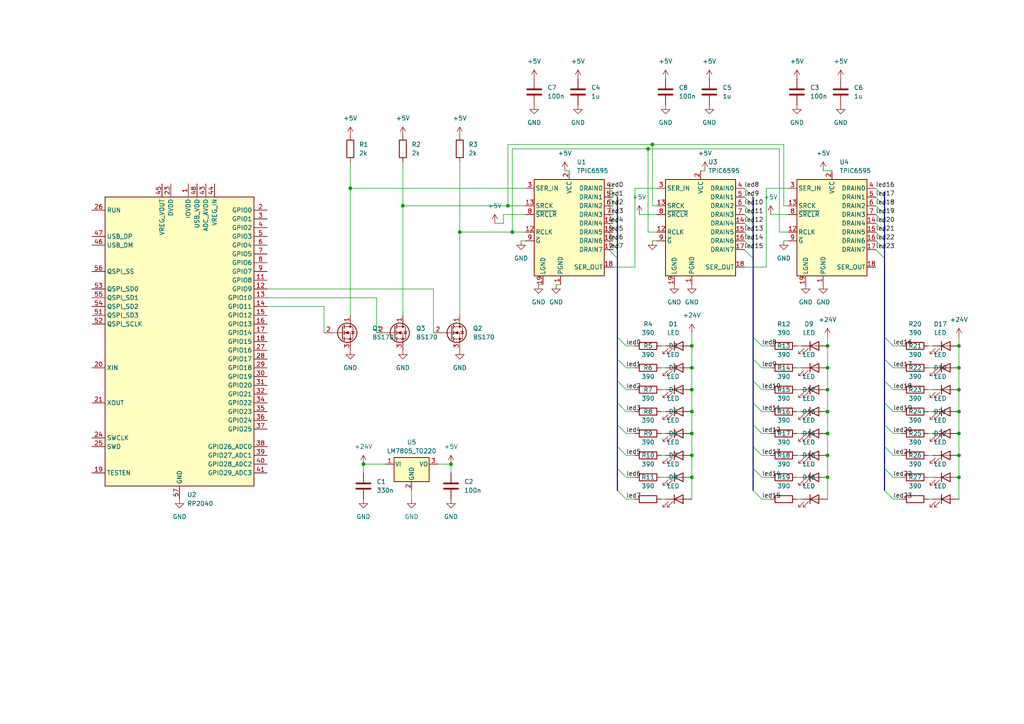
<source format=kicad_sch>
(kicad_sch (version 20230121) (generator eeschema)
  (paper "A4")
  (title_block (title "Timer") (date "2023-07-24") (company "Universiteit Utrecht"))
  (lib_symbols
    (symbol "Device:C" (pin_numbers hide) (pin_names (offset 0.254))
      (property "Reference" "C" (at 0.635 2.54 0))
      (property "Value" "C" (at 0.635 -2.54 0))
      (symbol "C_0_1"
        (polyline (pts (xy -2.032 -0.762) (xy 2.032 -0.762)) (stroke (width 0.508)))
        (polyline (pts (xy -2.032 0.762) (xy 2.032 0.762)) (stroke (width 0.508)))
      )
      (symbol "C_1_1"
        (pin passive line (at 0 3.81 270) (length 2.794) (name "~") (number "1"))
        (pin passive line (at 0 -3.81 90) (length 2.794) (name "~") (number "2"))
      )
    )
    (symbol "Device:LED" (pin_numbers hide) (pin_names (offset 1.016) hide)
      (property "Reference" "D" (at 0 2.54 0))
      (property "Value" "LED" (at 0 -2.54 0))
      (symbol "LED_0_1"
        (polyline (pts (xy -1.27 -1.27) (xy -1.27 1.27)) (stroke (width 0.254)))
        (polyline (pts (xy -1.27 0) (xy 1.27 0)))
        (polyline (pts (xy 1.27 -1.27) (xy 1.27 1.27) (xy -1.27 0) (xy 1.27 -1.27)) (stroke (width 0.254)))
        (polyline (pts (xy -3.048 -0.762) (xy -4.572 -2.286) (xy -3.81 -2.286) (xy -4.572 -2.286) (xy -4.572 -1.524)))
        (polyline (pts (xy -1.778 -0.762) (xy -3.302 -2.286) (xy -2.54 -2.286) (xy -3.302 -2.286) (xy -3.302 -1.524)))
      )
      (symbol "LED_1_1"
        (pin passive line (at -3.81 0 0) (length 2.54) (name "K") (number "1"))
        (pin passive line (at 3.81 0 180) (length 2.54) (name "A") (number "2"))
      )
    )
    (symbol "Device:R" (pin_numbers hide) (pin_names (offset 0))
      (property "Reference" "R" (at 2.032 0 90))
      (property "Value" "R" (at 0 0 90))
      (symbol "R_0_1"
        (rectangle (start -1.016 -2.54) (end 1.016 2.54) (stroke (width 0.254)))
      )
      (symbol "R_1_1"
        (pin passive line (at 0 3.81 270) (length 1.27) (name "~") (number "1"))
        (pin passive line (at 0 -3.81 90) (length 1.27) (name "~") (number "2"))
      )
    )
    (symbol "Interface_Expansion:TPIC6595" (pin_names (offset 0.381))
      (property "Reference" "U" (at -8.89 13.97 0))
      (property "Value" "TPIC6595" (at 6.35 13.97 0))
      (symbol "TPIC6595_0_1"
        (rectangle (start -10.16 12.7) (end 10.16 -15.24) (stroke (width 0.254)) (fill (type background)))
      )
      (symbol "TPIC6595_1_1"
        (pin power_in line (at -2.54 -17.78 90) (length 2.54) (name "PGND") (number "1"))
        (pin passive line (at -2.54 -17.78 90) (length 2.54) hide (name "PGND") (number "10"))
        (pin passive line (at -2.54 -17.78 90) (length 2.54) hide (name "PGND") (number "11"))
        (pin input line (at -12.7 -2.54 0) (length 2.54) (name "RCLK") (number "12"))
        (pin input line (at -12.7 5.08 0) (length 2.54) (name "SRCK") (number "13"))
        (pin open_collector line (at 12.7 0 180) (length 2.54) (name "DRAIN4") (number "14"))
        (pin open_collector line (at 12.7 -2.54 180) (length 2.54) (name "DRAIN5") (number "15"))
        (pin open_collector line (at 12.7 -5.08 180) (length 2.54) (name "DRAIN6") (number "16"))
        (pin open_collector line (at 12.7 -7.62 180) (length 2.54) (name "DRAIN7") (number "17"))
        (pin output line (at 12.7 -12.7 180) (length 2.54) (name "SER_OUT") (number "18"))
        (pin power_in line (at -7.62 -17.78 90) (length 2.54) (name "LGND") (number "19"))
        (pin power_in line (at 0 15.24 270) (length 2.54) (name "VCC") (number "2"))
        (pin passive line (at -2.54 -17.78 90) (length 2.54) hide (name "PGND") (number "20"))
        (pin input line (at -12.7 10.16 0) (length 2.54) (name "SER_IN") (number "3"))
        (pin open_collector line (at 12.7 10.16 180) (length 2.54) (name "DRAIN0") (number "4"))
        (pin open_collector line (at 12.7 7.62 180) (length 2.54) (name "DRAIN1") (number "5"))
        (pin open_collector line (at 12.7 5.08 180) (length 2.54) (name "DRAIN2") (number "6"))
        (pin open_collector line (at 12.7 2.54 180) (length 2.54) (name "DRAIN3") (number "7"))
        (pin input line (at -12.7 2.54 0) (length 2.54) (name "~{SRCLR}") (number "8"))
        (pin input line (at -12.7 -5.08 0) (length 2.54) (name "~{G}") (number "9"))
      )
    )
    (symbol "MCU_RaspberryPi:RP2040"
      (property "Reference" "U" (at 17.78 45.72 0))
      (property "Value" "RP2040" (at 17.78 43.18 0))
      (symbol "RP2040_0_1"
        (rectangle (start -21.59 41.91) (end 21.59 -41.91) (stroke (width 0.254)) (fill (type background)))
      )
      (symbol "RP2040_1_1"
        (pin power_in line (at 2.54 45.72 270) (length 3.81) (name "IOVDD") (number "1"))
        (pin passive line (at 2.54 45.72 270) (length 3.81) hide (name "IOVDD") (number "10"))
        (pin bidirectional line (at 25.4 17.78 180) (length 3.81) (name "GPIO8") (number "11"))
        (pin bidirectional line (at 25.4 15.24 180) (length 3.81) (name "GPIO9") (number "12"))
        (pin bidirectional line (at 25.4 12.7 180) (length 3.81) (name "GPIO10") (number "13"))
        (pin bidirectional line (at 25.4 10.16 180) (length 3.81) (name "GPIO11") (number "14"))
        (pin bidirectional line (at 25.4 7.62 180) (length 3.81) (name "GPIO12") (number "15"))
        (pin bidirectional line (at 25.4 5.08 180) (length 3.81) (name "GPIO13") (number "16"))
        (pin bidirectional line (at 25.4 2.54 180) (length 3.81) (name "GPIO14") (number "17"))
        (pin bidirectional line (at 25.4 0 180) (length 3.81) (name "GPIO15") (number "18"))
        (pin input line (at -25.4 -38.1 0) (length 3.81) (name "TESTEN") (number "19"))
        (pin bidirectional line (at 25.4 38.1 180) (length 3.81) (name "GPIO0") (number "2"))
        (pin input line (at -25.4 -7.62 0) (length 3.81) (name "XIN") (number "20"))
        (pin passive line (at -25.4 -17.78 0) (length 3.81) (name "XOUT") (number "21"))
        (pin passive line (at 2.54 45.72 270) (length 3.81) hide (name "IOVDD") (number "22"))
        (pin power_in line (at -2.54 45.72 270) (length 3.81) (name "DVDD") (number "23"))
        (pin input line (at -25.4 -27.94 0) (length 3.81) (name "SWCLK") (number "24"))
        (pin bidirectional line (at -25.4 -30.48 0) (length 3.81) (name "SWD") (number "25"))
        (pin input line (at -25.4 38.1 0) (length 3.81) (name "RUN") (number "26"))
        (pin bidirectional line (at 25.4 -2.54 180) (length 3.81) (name "GPIO16") (number "27"))
        (pin bidirectional line (at 25.4 -5.08 180) (length 3.81) (name "GPIO17") (number "28"))
        (pin bidirectional line (at 25.4 -7.62 180) (length 3.81) (name "GPIO18") (number "29"))
        (pin bidirectional line (at 25.4 35.56 180) (length 3.81) (name "GPIO1") (number "3"))
        (pin bidirectional line (at 25.4 -10.16 180) (length 3.81) (name "GPIO19") (number "30"))
        (pin bidirectional line (at 25.4 -12.7 180) (length 3.81) (name "GPIO20") (number "31"))
        (pin bidirectional line (at 25.4 -15.24 180) (length 3.81) (name "GPIO21") (number "32"))
        (pin passive line (at 2.54 45.72 270) (length 3.81) hide (name "IOVDD") (number "33"))
        (pin bidirectional line (at 25.4 -17.78 180) (length 3.81) (name "GPIO22") (number "34"))
        (pin bidirectional line (at 25.4 -20.32 180) (length 3.81) (name "GPIO23") (number "35"))
        (pin bidirectional line (at 25.4 -22.86 180) (length 3.81) (name "GPIO24") (number "36"))
        (pin bidirectional line (at 25.4 -25.4 180) (length 3.81) (name "GPIO25") (number "37"))
        (pin bidirectional line (at 25.4 -30.48 180) (length 3.81) (name "GPIO26_ADC0") (number "38"))
        (pin bidirectional line (at 25.4 -33.02 180) (length 3.81) (name "GPIO27_ADC1") (number "39"))
        (pin bidirectional line (at 25.4 33.02 180) (length 3.81) (name "GPIO2") (number "4"))
        (pin bidirectional line (at 25.4 -35.56 180) (length 3.81) (name "GPIO28_ADC2") (number "40"))
        (pin bidirectional line (at 25.4 -38.1 180) (length 3.81) (name "GPIO29_ADC3") (number "41"))
        (pin passive line (at 2.54 45.72 270) (length 3.81) hide (name "IOVDD") (number "42"))
        (pin power_in line (at 7.62 45.72 270) (length 3.81) (name "ADC_AVDD") (number "43"))
        (pin power_in line (at 10.16 45.72 270) (length 3.81) (name "VREG_IN") (number "44"))
        (pin power_out line (at -5.08 45.72 270) (length 3.81) (name "VREG_VOUT") (number "45"))
        (pin bidirectional line (at -25.4 27.94 0) (length 3.81) (name "USB_DM") (number "46"))
        (pin bidirectional line (at -25.4 30.48 0) (length 3.81) (name "USB_DP") (number "47"))
        (pin power_in line (at 5.08 45.72 270) (length 3.81) (name "USB_VDD") (number "48"))
        (pin passive line (at 2.54 45.72 270) (length 3.81) hide (name "IOVDD") (number "49"))
        (pin bidirectional line (at 25.4 30.48 180) (length 3.81) (name "GPIO3") (number "5"))
        (pin passive line (at -2.54 45.72 270) (length 3.81) hide (name "DVDD") (number "50"))
        (pin bidirectional line (at -25.4 7.62 0) (length 3.81) (name "QSPI_SD3") (number "51"))
        (pin output line (at -25.4 5.08 0) (length 3.81) (name "QSPI_SCLK") (number "52"))
        (pin bidirectional line (at -25.4 15.24 0) (length 3.81) (name "QSPI_SD0") (number "53"))
        (pin bidirectional line (at -25.4 10.16 0) (length 3.81) (name "QSPI_SD2") (number "54"))
        (pin bidirectional line (at -25.4 12.7 0) (length 3.81) (name "QSPI_SD1") (number "55"))
        (pin bidirectional line (at -25.4 20.32 0) (length 3.81) (name "QSPI_SS") (number "56"))
        (pin power_in line (at 0 -45.72 90) (length 3.81) (name "GND") (number "57"))
        (pin bidirectional line (at 25.4 27.94 180) (length 3.81) (name "GPIO4") (number "6"))
        (pin bidirectional line (at 25.4 25.4 180) (length 3.81) (name "GPIO5") (number "7"))
        (pin bidirectional line (at 25.4 22.86 180) (length 3.81) (name "GPIO6") (number "8"))
        (pin bidirectional line (at 25.4 20.32 180) (length 3.81) (name "GPIO7") (number "9"))
      )
    )
    (symbol "Regulator_Linear:LM7805_TO220" (pin_names (offset 0.254))
      (property "Reference" "U" (at -3.81 3.175 0))
      (property "Value" "LM7805_TO220" (at 0 3.175 0))
      (symbol "LM7805_TO220_0_1"
        (rectangle (start -5.08 1.905) (end 5.08 -5.08) (stroke (width 0.254)) (fill (type background)))
      )
      (symbol "LM7805_TO220_1_1"
        (pin power_in line (at -7.62 0 0) (length 2.54) (name "VI") (number "1"))
        (pin power_in line (at 0 -7.62 90) (length 2.54) (name "GND") (number "2"))
        (pin power_out line (at 7.62 0 180) (length 2.54) (name "VO") (number "3"))
      )
    )
    (symbol "Transistor_FET:BS170" (pin_names hide)
      (property "Reference" "Q" (at 5.08 1.905 0))
      (property "Value" "BS170" (at 5.08 0 0))
      (symbol "BS170_0_1"
        (polyline (pts (xy 0.254 0) (xy -2.54 0)))
        (polyline (pts (xy 0.254 1.905) (xy 0.254 -1.905)) (stroke (width 0.254)))
        (polyline (pts (xy 0.762 -1.27) (xy 0.762 -2.286)) (stroke (width 0.254)))
        (polyline (pts (xy 0.762 0.508) (xy 0.762 -0.508)) (stroke (width 0.254)))
        (polyline (pts (xy 0.762 2.286) (xy 0.762 1.27)) (stroke (width 0.254)))
        (polyline (pts (xy 2.54 2.54) (xy 2.54 1.778)))
        (polyline (pts (xy 2.54 -2.54) (xy 2.54 0) (xy 0.762 0)))
        (polyline (pts (xy 0.762 -1.778) (xy 3.302 -1.778) (xy 3.302 1.778) (xy 0.762 1.778)))
        (polyline (pts (xy 1.016 0) (xy 2.032 0.381) (xy 2.032 -0.381) (xy 1.016 0)) (fill (type outline)))
        (polyline (pts (xy 2.794 0.508) (xy 2.921 0.381) (xy 3.683 0.381) (xy 3.81 0.254)))
        (polyline (pts (xy 3.302 0.381) (xy 2.921 -0.254) (xy 3.683 -0.254) (xy 3.302 0.381)))
        (circle (center 1.651 0) (radius 2.794) (stroke (width 0.254)))
        (circle (center 2.54 -1.778) (radius 0.254) (fill (type outline)))
        (circle (center 2.54 1.778) (radius 0.254) (fill (type outline)))
      )
      (symbol "BS170_1_1"
        (pin passive line (at 2.54 5.08 270) (length 2.54) (name "D") (number "1"))
        (pin input line (at -5.08 0 0) (length 2.54) (name "G") (number "2"))
        (pin passive line (at 2.54 -5.08 90) (length 2.54) (name "S") (number "3"))
      )
    )
    (symbol "power:+24V" (power) (pin_names (offset 0))
      (property "Value" "+24V" (at 0 3.556 0))
      (symbol "+24V_0_1"
        (polyline (pts (xy -0.762 1.27) (xy 0 2.54)))
        (polyline (pts (xy 0 0) (xy 0 2.54)))
        (polyline (pts (xy 0 2.54) (xy 0.762 1.27)))
      )
      (symbol "+24V_1_1"
        (pin power_in line (at 0 0 90) (length 0) hide (name "+24V") (number "1"))
      )
    )
    (symbol "power:+5V" (power) (pin_names (offset 0))
      (property "Value" "+5V" (at 0 3.556 0))
      (symbol "+5V_0_1"
        (polyline (pts (xy -0.762 1.27) (xy 0 2.54)))
        (polyline (pts (xy 0 0) (xy 0 2.54)))
        (polyline (pts (xy 0 2.54) (xy 0.762 1.27)))
      )
      (symbol "+5V_1_1"
        (pin power_in line (at 0 0 90) (length 0) hide (name "+5V") (number "1"))
      )
    )
    (symbol "power:GND" (power) (pin_names (offset 0))
      (property "Value" "GND" (at 0 -3.81 0))
      (symbol "GND_0_1"
        (polyline (pts (xy 0 0) (xy 0 -1.27) (xy 1.27 -1.27) (xy 0 -2.54) (xy -1.27 -1.27) (xy 0 -1.27)))
      )
      (symbol "GND_1_1"
        (pin power_in line (at 0 0 270) (length 0) hide (name "GND") (number "1"))
      )
    )
  )
  (junction (at 240.03 138.43))
  (junction (at 200.66 100.33))
  (junction (at 278.13 106.68))
  (junction (at 148.59 67.31))
  (junction (at 278.13 132.08))
  (junction (at 187.96 43.18))
  (junction (at 101.6 54.61))
  (junction (at 147.32 59.69))
  (junction (at 200.66 125.73))
  (junction (at 105.41 134.62))
  (junction (at 240.03 132.08))
  (junction (at 130.81 134.62))
  (junction (at 278.13 138.43))
  (junction (at 278.13 125.73))
  (junction (at 133.35 67.31))
  (junction (at 200.66 119.38))
  (junction (at 278.13 113.03))
  (junction (at 278.13 100.33))
  (junction (at 200.66 138.43))
  (junction (at 240.03 125.73))
  (junction (at 278.13 119.38))
  (junction (at 200.66 106.68))
  (junction (at 240.03 113.03))
  (junction (at 200.66 113.03))
  (junction (at 240.03 119.38))
  (junction (at 240.03 106.68))
  (junction (at 240.03 100.33))
  (junction (at 189.23 41.91))
  (junction (at 200.66 132.08))
  (junction (at 116.84 59.69))
  (bus_entry (at 218.44 104.14) (size 2.54 2.54))
  (bus_entry (at 256.54 97.79) (size 2.54 2.54))
  (bus_entry (at 254 62.23) (size 2.54 2.54))
  (bus_entry (at 179.07 116.84) (size 2.54 2.54))
  (bus_entry (at 176.53 54.61) (size 2.54 2.54))
  (bus_entry (at 256.54 135.89) (size 2.54 2.54))
  (bus_entry (at 176.53 64.77) (size 2.54 2.54))
  (bus_entry (at 176.53 59.69) (size 2.54 2.54))
  (bus_entry (at 256.54 142.24) (size 2.54 2.54))
  (bus_entry (at 254 59.69) (size 2.54 2.54))
  (bus_entry (at 179.07 104.14) (size 2.54 2.54))
  (bus_entry (at 256.54 110.49) (size 2.54 2.54))
  (bus_entry (at 215.9 64.77) (size 2.54 2.54))
  (bus_entry (at 218.44 116.84) (size 2.54 2.54))
  (bus_entry (at 254 67.31) (size 2.54 2.54))
  (bus_entry (at 176.53 62.23) (size 2.54 2.54))
  (bus_entry (at 179.07 129.54) (size 2.54 2.54))
  (bus_entry (at 256.54 123.19) (size 2.54 2.54))
  (bus_entry (at 179.07 97.79) (size 2.54 2.54))
  (bus_entry (at 215.9 69.85) (size 2.54 2.54))
  (bus_entry (at 215.9 62.23) (size 2.54 2.54))
  (bus_entry (at 176.53 69.85) (size 2.54 2.54))
  (bus_entry (at 254 57.15) (size 2.54 2.54))
  (bus_entry (at 215.9 72.39) (size 2.54 2.54))
  (bus_entry (at 176.53 57.15) (size 2.54 2.54))
  (bus_entry (at 176.53 72.39) (size 2.54 2.54))
  (bus_entry (at 179.07 142.24) (size 2.54 2.54))
  (bus_entry (at 215.9 67.31) (size 2.54 2.54))
  (bus_entry (at 254 54.61) (size 2.54 2.54))
  (bus_entry (at 176.53 67.31) (size 2.54 2.54))
  (bus_entry (at 179.07 110.49) (size 2.54 2.54))
  (bus_entry (at 179.07 135.89) (size 2.54 2.54))
  (bus_entry (at 215.9 59.69) (size 2.54 2.54))
  (bus_entry (at 218.44 97.79) (size 2.54 2.54))
  (bus_entry (at 218.44 142.24) (size 2.54 2.54))
  (bus_entry (at 256.54 104.14) (size 2.54 2.54))
  (bus_entry (at 218.44 110.49) (size 2.54 2.54))
  (bus_entry (at 254 69.85) (size 2.54 2.54))
  (bus_entry (at 179.07 123.19) (size 2.54 2.54))
  (bus_entry (at 218.44 135.89) (size 2.54 2.54))
  (bus_entry (at 215.9 54.61) (size 2.54 2.54))
  (bus_entry (at 215.9 57.15) (size 2.54 2.54))
  (bus_entry (at 256.54 129.54) (size 2.54 2.54))
  (bus_entry (at 254 64.77) (size 2.54 2.54))
  (bus_entry (at 254 72.39) (size 2.54 2.54))
  (bus_entry (at 218.44 129.54) (size 2.54 2.54))
  (bus_entry (at 218.44 123.19) (size 2.54 2.54))
  (bus_entry (at 256.54 116.84) (size 2.54 2.54))
  (bus (pts (xy 218.44 97.79) (xy 218.44 104.14)))
  (wire (pts (xy 147.32 41.91) (xy 189.23 41.91)))
  (wire (pts (xy 278.13 100.33) (xy 278.13 106.68)))
  (bus (pts (xy 256.54 135.89) (xy 256.54 142.24)))
  (wire (pts (xy 130.81 137.16) (xy 130.81 134.62)))
  (wire (pts (xy 259.08 138.43) (xy 261.62 138.43)))
  (wire (pts (xy 130.81 134.62) (xy 127 134.62)))
  (wire (pts (xy 269.24 100.33) (xy 270.51 100.33)))
  (wire (pts (xy 184.15 54.61) (xy 190.5 54.61)))
  (wire (pts (xy 200.66 96.52) (xy 200.66 100.33)))
  (wire (pts (xy 278.13 97.79) (xy 278.13 100.33)))
  (wire (pts (xy 101.6 46.99) (xy 101.6 54.61)))
  (wire (pts (xy 231.14 113.03) (xy 232.41 113.03)))
  (wire (pts (xy 189.23 69.85) (xy 190.5 69.85)))
  (bus (pts (xy 256.54 57.15) (xy 256.54 59.69)))
  (wire (pts (xy 152.4 67.31) (xy 148.59 67.31)))
  (wire (pts (xy 191.77 125.73) (xy 193.04 125.73)))
  (wire (pts (xy 184.15 100.33) (xy 181.61 100.33)))
  (wire (pts (xy 220.98 132.08) (xy 223.52 132.08)))
  (bus (pts (xy 256.54 64.77) (xy 256.54 67.31)))
  (wire (pts (xy 240.03 100.33) (xy 240.03 106.68)))
  (wire (pts (xy 231.14 119.38) (xy 232.41 119.38)))
  (wire (pts (xy 190.5 59.69) (xy 189.23 59.69)))
  (bus (pts (xy 179.07 74.93) (xy 179.07 97.79)))
  (wire (pts (xy 226.06 67.31) (xy 228.6 67.31)))
  (wire (pts (xy 146.05 62.23) (xy 152.4 62.23)))
  (wire (pts (xy 116.84 59.69) (xy 116.84 91.44)))
  (bus (pts (xy 179.07 116.84) (xy 179.07 123.19)))
  (wire (pts (xy 240.03 119.38) (xy 240.03 125.73)))
  (wire (pts (xy 177.8 72.39) (xy 176.53 72.39)))
  (bus (pts (xy 179.07 62.23) (xy 179.07 64.77)))
  (wire (pts (xy 231.14 132.08) (xy 232.41 132.08)))
  (bus (pts (xy 256.54 123.19) (xy 256.54 129.54)))
  (wire (pts (xy 259.08 106.68) (xy 261.62 106.68)))
  (wire (pts (xy 189.23 41.91) (xy 189.23 59.69)))
  (wire (pts (xy 133.35 67.31) (xy 133.35 46.99)))
  (wire (pts (xy 231.14 138.43) (xy 232.41 138.43)))
  (wire (pts (xy 259.08 113.03) (xy 261.62 113.03)))
  (wire (pts (xy 220.98 100.33) (xy 223.52 100.33)))
  (wire (pts (xy 241.3 49.53) (xy 238.76 49.53)))
  (wire (pts (xy 147.32 59.69) (xy 147.32 41.91)))
  (wire (pts (xy 220.98 106.68) (xy 223.52 106.68)))
  (wire (pts (xy 119.38 142.24) (xy 119.38 144.78)))
  (wire (pts (xy 191.77 106.68) (xy 193.04 106.68)))
  (wire (pts (xy 191.77 132.08) (xy 193.04 132.08)))
  (wire (pts (xy 125.73 83.82) (xy 125.73 96.52)))
  (wire (pts (xy 278.13 119.38) (xy 278.13 125.73)))
  (wire (pts (xy 259.08 125.73) (xy 261.62 125.73)))
  (wire (pts (xy 177.8 54.61) (xy 176.53 54.61)))
  (wire (pts (xy 240.03 132.08) (xy 240.03 138.43)))
  (wire (pts (xy 259.08 132.08) (xy 261.62 132.08)))
  (wire (pts (xy 181.61 138.43) (xy 184.15 138.43)))
  (wire (pts (xy 220.98 125.73) (xy 223.52 125.73)))
  (wire (pts (xy 177.8 67.31) (xy 176.53 67.31)))
  (wire (pts (xy 177.8 62.23) (xy 176.53 62.23)))
  (wire (pts (xy 269.24 113.03) (xy 270.51 113.03)))
  (wire (pts (xy 116.84 59.69) (xy 147.32 59.69)))
  (wire (pts (xy 187.96 67.31) (xy 187.96 43.18)))
  (wire (pts (xy 181.61 106.68) (xy 184.15 106.68)))
  (wire (pts (xy 240.03 125.73) (xy 240.03 132.08)))
  (bus (pts (xy 179.07 59.69) (xy 179.07 62.23)))
  (wire (pts (xy 259.08 144.78) (xy 261.62 144.78)))
  (wire (pts (xy 220.98 113.03) (xy 223.52 113.03)))
  (wire (pts (xy 220.98 138.43) (xy 223.52 138.43)))
  (wire (pts (xy 181.61 144.78) (xy 184.15 144.78)))
  (bus (pts (xy 179.07 69.85) (xy 179.07 72.39)))
  (wire (pts (xy 228.6 54.61) (xy 222.25 54.61)))
  (wire (pts (xy 181.61 132.08) (xy 184.15 132.08)))
  (wire (pts (xy 77.47 86.36) (xy 109.22 86.36)))
  (wire (pts (xy 226.06 43.18) (xy 226.06 67.31)))
  (wire (pts (xy 278.13 106.68) (xy 278.13 113.03)))
  (bus (pts (xy 179.07 64.77) (xy 179.07 67.31)))
  (wire (pts (xy 200.66 125.73) (xy 200.66 132.08)))
  (wire (pts (xy 157.48 82.55) (xy 156.21 82.55)))
  (bus (pts (xy 179.07 67.31) (xy 179.07 69.85)))
  (wire (pts (xy 152.4 54.61) (xy 101.6 54.61)))
  (wire (pts (xy 191.77 138.43) (xy 193.04 138.43)))
  (bus (pts (xy 218.44 67.31) (xy 218.44 69.85)))
  (wire (pts (xy 133.35 67.31) (xy 148.59 67.31)))
  (bus (pts (xy 179.07 97.79) (xy 179.07 104.14)))
  (wire (pts (xy 147.32 59.69) (xy 152.4 59.69)))
  (bus (pts (xy 179.07 135.89) (xy 179.07 142.24)))
  (wire (pts (xy 240.03 113.03) (xy 240.03 119.38)))
  (wire (pts (xy 177.8 59.69) (xy 176.53 59.69)))
  (wire (pts (xy 200.66 113.03) (xy 200.66 119.38)))
  (wire (pts (xy 109.22 86.36) (xy 109.22 96.52)))
  (wire (pts (xy 191.77 113.03) (xy 193.04 113.03)))
  (wire (pts (xy 184.15 77.47) (xy 184.15 54.61)))
  (wire (pts (xy 278.13 125.73) (xy 278.13 132.08)))
  (wire (pts (xy 278.13 132.08) (xy 278.13 138.43)))
  (wire (pts (xy 240.03 138.43) (xy 240.03 144.78)))
  (bus (pts (xy 218.44 104.14) (xy 218.44 110.49)))
  (wire (pts (xy 165.1 49.53) (xy 163.83 49.53)))
  (wire (pts (xy 240.03 106.68) (xy 240.03 113.03)))
  (bus (pts (xy 179.07 104.14) (xy 179.07 110.49)))
  (bus (pts (xy 256.54 55.88) (xy 256.54 57.15)))
  (bus (pts (xy 256.54 62.23) (xy 256.54 64.77)))
  (bus (pts (xy 179.07 72.39) (xy 179.07 74.93)))
  (wire (pts (xy 181.61 113.03) (xy 184.15 113.03)))
  (bus (pts (xy 218.44 129.54) (xy 218.44 135.89)))
  (bus (pts (xy 218.44 64.77) (xy 218.44 67.31)))
  (wire (pts (xy 187.96 43.18) (xy 226.06 43.18)))
  (bus (pts (xy 218.44 57.15) (xy 218.44 59.69)))
  (bus (pts (xy 218.44 59.69) (xy 218.44 62.23)))
  (wire (pts (xy 146.05 64.77) (xy 146.05 62.23)))
  (bus (pts (xy 218.44 110.49) (xy 218.44 116.84)))
  (wire (pts (xy 227.33 41.91) (xy 227.33 59.69)))
  (wire (pts (xy 181.61 119.38) (xy 184.15 119.38)))
  (bus (pts (xy 256.54 104.14) (xy 256.54 110.49)))
  (wire (pts (xy 77.47 88.9) (xy 93.98 88.9)))
  (wire (pts (xy 105.41 134.62) (xy 111.76 134.62)))
  (wire (pts (xy 191.77 119.38) (xy 193.04 119.38)))
  (wire (pts (xy 259.08 100.33) (xy 261.62 100.33)))
  (bus (pts (xy 256.54 97.79) (xy 256.54 104.14)))
  (wire (pts (xy 189.23 41.91) (xy 227.33 41.91)))
  (wire (pts (xy 162.56 82.55) (xy 161.29 82.55)))
  (wire (pts (xy 185.42 62.23) (xy 190.5 62.23)))
  (bus (pts (xy 218.44 123.19) (xy 218.44 129.54)))
  (wire (pts (xy 220.98 119.38) (xy 223.52 119.38)))
  (bus (pts (xy 179.07 129.54) (xy 179.07 135.89)))
  (wire (pts (xy 177.8 57.15) (xy 176.53 57.15)))
  (wire (pts (xy 93.98 88.9) (xy 93.98 96.52)))
  (bus (pts (xy 218.44 69.85) (xy 218.44 72.39)))
  (wire (pts (xy 269.24 125.73) (xy 270.51 125.73)))
  (wire (pts (xy 148.59 43.18) (xy 187.96 43.18)))
  (wire (pts (xy 227.33 59.69) (xy 228.6 59.69)))
  (wire (pts (xy 152.4 69.85) (xy 151.13 69.85)))
  (wire (pts (xy 269.24 144.78) (xy 270.51 144.78)))
  (wire (pts (xy 269.24 106.68) (xy 270.51 106.68)))
  (bus (pts (xy 218.44 135.89) (xy 218.44 142.24)))
  (wire (pts (xy 177.8 77.47) (xy 184.15 77.47)))
  (wire (pts (xy 101.6 54.61) (xy 101.6 91.44)))
  (bus (pts (xy 256.54 69.85) (xy 256.54 72.39)))
  (bus (pts (xy 256.54 67.31) (xy 256.54 69.85)))
  (wire (pts (xy 203.2 49.53) (xy 204.47 49.53)))
  (wire (pts (xy 143.51 64.77) (xy 146.05 64.77)))
  (bus (pts (xy 179.07 123.19) (xy 179.07 129.54)))
  (wire (pts (xy 231.14 125.73) (xy 232.41 125.73)))
  (wire (pts (xy 116.84 46.99) (xy 116.84 59.69)))
  (wire (pts (xy 77.47 83.82) (xy 125.73 83.82)))
  (wire (pts (xy 231.14 144.78) (xy 232.41 144.78)))
  (bus (pts (xy 256.54 74.93) (xy 256.54 97.79)))
  (wire (pts (xy 200.66 106.68) (xy 200.66 113.03)))
  (wire (pts (xy 269.24 119.38) (xy 270.51 119.38)))
  (wire (pts (xy 259.08 119.38) (xy 261.62 119.38)))
  (wire (pts (xy 240.03 97.79) (xy 240.03 100.33)))
  (wire (pts (xy 200.66 100.33) (xy 200.66 106.68)))
  (wire (pts (xy 193.04 100.33) (xy 191.77 100.33)))
  (wire (pts (xy 200.66 119.38) (xy 200.66 125.73)))
  (wire (pts (xy 190.5 67.31) (xy 187.96 67.31)))
  (wire (pts (xy 215.9 77.47) (xy 222.25 77.47)))
  (wire (pts (xy 278.13 113.03) (xy 278.13 119.38)))
  (wire (pts (xy 269.24 138.43) (xy 270.51 138.43)))
  (wire (pts (xy 231.14 106.68) (xy 232.41 106.68)))
  (wire (pts (xy 223.52 62.23) (xy 228.6 62.23)))
  (wire (pts (xy 105.41 137.16) (xy 105.41 134.62)))
  (wire (pts (xy 231.14 100.33) (xy 232.41 100.33)))
  (wire (pts (xy 133.35 67.31) (xy 133.35 91.44)))
  (wire (pts (xy 177.8 64.77) (xy 176.53 64.77)))
  (wire (pts (xy 191.77 144.78) (xy 193.04 144.78)))
  (bus (pts (xy 256.54 110.49) (xy 256.54 116.84)))
  (bus (pts (xy 256.54 72.39) (xy 256.54 74.93)))
  (bus (pts (xy 256.54 129.54) (xy 256.54 135.89)))
  (bus (pts (xy 218.44 116.84) (xy 218.44 123.19)))
  (bus (pts (xy 256.54 59.69) (xy 256.54 62.23)))
  (wire (pts (xy 222.25 54.61) (xy 222.25 77.47)))
  (wire (pts (xy 227.33 69.85) (xy 228.6 69.85)))
  (wire (pts (xy 220.98 144.78) (xy 223.52 144.78)))
  (bus (pts (xy 218.44 72.39) (xy 218.44 74.93)))
  (wire (pts (xy 269.24 132.08) (xy 270.51 132.08)))
  (wire (pts (xy 200.66 132.08) (xy 200.66 138.43)))
  (bus (pts (xy 179.07 57.15) (xy 179.07 59.69)))
  (bus (pts (xy 256.54 116.84) (xy 256.54 123.19)))
  (wire (pts (xy 177.8 69.85) (xy 176.53 69.85)))
  (bus (pts (xy 218.44 74.93) (xy 218.44 97.79)))
  (wire (pts (xy 181.61 125.73) (xy 184.15 125.73)))
  (bus (pts (xy 218.44 62.23) (xy 218.44 64.77)))
  (bus (pts (xy 179.07 110.49) (xy 179.07 116.84)))
  (wire (pts (xy 278.13 138.43) (xy 278.13 144.78)))
  (wire (pts (xy 200.66 138.43) (xy 200.66 144.78)))
  (wire (pts (xy 148.59 67.31) (xy 148.59 43.18)))
  (label "led15" (at 220.98 144.78 0))
  (label "led8" (at 220.98 100.33 0))
  (label "led18" (at 254 59.69 0))
  (label "led11" (at 220.98 119.38 0))
  (label "led2" (at 176.53 59.69 0))
  (label "led20" (at 259.08 125.73 0))
  (label "led13" (at 220.98 132.08 0))
  (label "led13" (at 215.9 67.31 0))
  (label "led7" (at 176.53 72.39 0))
  (label "led1" (at 181.61 106.68 0))
  (label "led2" (at 181.61 113.03 0))
  (label "led6" (at 176.53 69.85 0))
  (label "led0" (at 181.61 100.33 0))
  (label "led20" (at 254 64.77 0))
  (label "led5" (at 181.61 132.08 0))
  (label "led16" (at 259.08 100.33 0))
  (label "led4" (at 181.61 125.73 0))
  (label "led9" (at 215.9 57.15 0))
  (label "led10" (at 215.9 59.69 0))
  (label "led1" (at 176.53 57.15 0))
  (label "led19" (at 259.08 119.38 0))
  (label "led21" (at 254 67.31 0))
  (label "led9" (at 220.98 106.68 0))
  (label "led14" (at 215.9 69.85 0))
  (label "led12" (at 220.98 125.73 0))
  (label "led16" (at 254 54.61 0))
  (label "led10" (at 220.98 113.03 0))
  (label "led12" (at 215.9 64.77 0))
  (label "led5" (at 176.53 67.31 0))
  (label "led19" (at 254 62.23 0))
  (label "led14" (at 220.98 138.43 0))
  (label "led23" (at 254 72.39 0))
  (label "led18" (at 259.08 113.03 0))
  (label "led3" (at 181.61 119.38 0))
  (label "led17" (at 254 57.15 0))
  (label "led15" (at 215.9 72.39 0))
  (label "led3" (at 176.53 62.23 0))
  (label "led0" (at 176.53 54.61 0))
  (label "led17" (at 259.08 106.68 0))
  (label "led4" (at 176.53 64.77 0))
  (label "led6" (at 181.61 138.43 0))
  (label "led23" (at 259.08 144.78 0))
  (label "led22" (at 254 69.85 0))
  (label "led21" (at 259.08 132.08 0))
  (label "led11" (at 215.9 62.23 0))
  (label "led7" (at 181.61 144.78 0))
  (label "led22" (at 259.08 138.43 0))
  (label "led8" (at 215.9 54.61 0))
  (symbol (lib_id "Device:R") (at 227.33 138.43 90) (unit 1)
    (property "Reference" "R18" (at 227.33 132.08 90))
    (property "Value" "390" (at 227.33 134.62 90))
  )
  (symbol (lib_id "Device:R") (at 265.43 106.68 90) (unit 1)
    (property "Reference" "R21" (at 265.43 100.33 90))
    (property "Value" "390" (at 265.43 102.87 90))
  )
  (symbol (lib_id "Device:LED") (at 236.22 100.33 0) (unit 1)
    (property "Reference" "D9" (at 234.6325 93.98 0))
    (property "Value" "LED" (at 234.6325 96.52 0))
  )
  (symbol (lib_id "Device:LED") (at 236.22 144.78 0) (unit 1)
    (property "Reference" "D16" (at 234.6325 138.43 0))
    (property "Value" "LED" (at 234.6325 140.97 0))
  )
  (symbol (lib_id "Interface_Expansion:TPIC6595") (at 241.3 64.77 0) (unit 1)
    (property "Reference" "U4" (at 243.4941 46.99 0) (effects (justify left)))
    (property "Value" "TPIC6595" (at 243.4941 49.53 0) (effects (justify left)))
    (property "Datasheet" "http://www.ti.com/lit/ds/symlink/tpic6595.pdf" (effects hide))
  )
  (symbol (lib_id "Device:R") (at 187.96 125.73 90) (unit 1)
    (property "Reference" "R8" (at 187.96 119.38 90))
    (property "Value" "390" (at 187.96 121.92 90))
  )
  (symbol (lib_id "power:GND") (at 243.84 30.48 0) (unit 1)
    (property "Reference" "#PWR042" (effects hide))
    (property "Value" "GND" (at 243.84 35.56 0))
  )
  (symbol (lib_id "power:+5V") (at 163.83 49.53 0) (unit 1)
    (property "Reference" "#PWR08" (effects hide))
    (property "Value" "+5V" (at 163.83 44.45 0))
  )
  (symbol (lib_id "power:GND") (at 205.74 30.48 0) (unit 1)
    (property "Reference" "#PWR041" (effects hide))
    (property "Value" "GND" (at 205.74 35.56 0))
  )
  (symbol (lib_id "power:GND") (at 227.33 69.85 0) (unit 1)
    (property "Reference" "#PWR017" (effects hide))
    (property "Value" "GND" (at 227.33 74.93 0))
  )
  (symbol (lib_id "power:+5V") (at 185.42 62.23 0) (unit 1)
    (property "Reference" "#PWR022" (effects hide))
    (property "Value" "+5V" (at 185.42 57.15 0))
  )
  (symbol (lib_id "Device:LED") (at 196.85 119.38 0) (unit 1)
    (property "Reference" "D4" (at 195.2625 113.03 0))
    (property "Value" "LED" (at 195.2625 115.57 0))
  )
  (symbol (lib_id "power:+5V") (at 154.94 22.86 0) (unit 1)
    (property "Reference" "#PWR027" (effects hide))
    (property "Value" "+5V" (at 154.94 17.78 0))
  )
  (symbol (lib_id "Device:C") (at 193.04 26.67 0) (unit 1)
    (property "Reference" "C8" (at 196.85 25.4 0) (effects (justify left)))
    (property "Value" "100n" (at 196.85 27.94 0) (effects (justify left)))
  )
  (symbol (lib_id "Device:LED") (at 274.32 132.08 0) (unit 1)
    (property "Reference" "D22" (at 272.7325 125.73 0))
    (property "Value" "LED" (at 272.7325 128.27 0))
  )
  (symbol (lib_id "Device:R") (at 227.33 119.38 90) (unit 1)
    (property "Reference" "R15" (at 227.33 113.03 90))
    (property "Value" "390" (at 227.33 115.57 90))
  )
  (symbol (lib_id "power:GND") (at 189.23 69.85 0) (unit 1)
    (property "Reference" "#PWR013" (effects hide))
    (property "Value" "GND" (effects hide))
  )
  (symbol (lib_id "power:+5V") (at 243.84 22.86 0) (unit 1)
    (property "Reference" "#PWR032" (effects hide))
    (property "Value" "+5V" (at 243.84 17.78 0))
  )
  (symbol (lib_id "power:+5V") (at 238.76 49.53 0) (unit 1)
    (property "Reference" "#PWR020" (effects hide))
    (property "Value" "+5V" (at 238.76 44.45 0))
  )
  (symbol (lib_id "Device:R") (at 227.33 100.33 90) (unit 1)
    (property "Reference" "R12" (at 227.33 93.98 90))
    (property "Value" "390" (at 227.33 96.52 90))
  )
  (symbol (lib_id "power:+5V") (at 223.52 62.23 0) (unit 1)
    (property "Reference" "#PWR023" (effects hide))
    (property "Value" "+5V" (at 223.52 57.15 0))
  )
  (symbol (lib_id "Device:R") (at 133.35 43.18 0) (unit 1)
    (property "Reference" "R3" (at 135.89 41.91 0) (effects (justify left)))
    (property "Value" "2k" (at 135.89 44.45 0) (effects (justify left)))
  )
  (symbol (lib_id "power:+5V") (at 133.35 39.37 0) (unit 1)
    (property "Reference" "#PWR09" (effects hide))
    (property "Value" "+5V" (at 133.35 34.29 0))
  )
  (symbol (lib_id "Device:R") (at 265.43 113.03 90) (unit 1)
    (property "Reference" "R22" (at 265.43 106.68 90))
    (property "Value" "390" (at 265.43 109.22 90))
  )
  (symbol (lib_id "Device:C") (at 105.41 140.97 0) (unit 1)
    (property "Reference" "C1" (at 109.22 139.7 0) (effects (justify left)))
    (property "Value" "330n" (at 109.22 142.24 0) (effects (justify left)))
  )
  (symbol (lib_id "Device:R") (at 227.33 106.68 90) (unit 1)
    (property "Reference" "R13" (at 227.33 100.33 90))
    (property "Value" "390" (at 227.33 102.87 90))
  )
  (symbol (lib_id "power:GND") (at 238.76 82.55 0) (unit 1)
    (property "Reference" "#PWR019" (effects hide))
    (property "Value" "GND" (at 238.76 87.63 0))
  )
  (symbol (lib_id "power:GND") (at 233.68 82.55 0) (unit 1)
    (property "Reference" "#PWR018" (effects hide))
    (property "Value" "GND" (at 233.68 87.63 0))
  )
  (symbol (lib_id "Device:C") (at 205.74 26.67 0) (unit 1)
    (property "Reference" "C5" (at 209.55 25.4 0) (effects (justify left)))
    (property "Value" "1u" (at 209.55 27.94 0) (effects (justify left)))
  )
  (symbol (lib_id "Device:R") (at 265.43 125.73 90) (unit 1)
    (property "Reference" "R24" (at 265.43 119.38 90))
    (property "Value" "390" (at 265.43 121.92 90))
  )
  (symbol (lib_id "Device:LED") (at 274.32 119.38 0) (unit 1)
    (property "Reference" "D20" (effects hide))
    (property "Value" "LED" (at 272.7325 115.57 0))
  )
  (symbol (lib_id "Device:R") (at 187.96 106.68 90) (unit 1)
    (property "Reference" "R5" (at 187.96 100.33 90))
    (property "Value" "390" (at 187.96 102.87 90))
  )
  (symbol (lib_id "Device:LED") (at 274.32 100.33 0) (unit 1)
    (property "Reference" "D17" (at 272.7325 93.98 0))
    (property "Value" "LED" (at 272.7325 96.52 0))
  )
  (symbol (lib_id "power:+5V") (at 130.81 134.62 0) (unit 1)
    (property "Reference" "#PWR033" (effects hide))
    (property "Value" "+5V" (at 130.81 129.54 0))
  )
  (symbol (lib_id "Device:LED") (at 196.85 144.78 0) (unit 1)
    (property "Reference" "D8" (at 195.2625 138.43 0))
    (property "Value" "LED" (at 195.2625 140.97 0))
  )
  (symbol (lib_id "power:+24V") (at 105.41 134.62 0) (unit 1)
    (property "Reference" "#PWR034" (effects hide))
    (property "Value" "+24V" (at 105.41 129.54 0))
  )
  (symbol (lib_id "power:+5V") (at 143.51 64.77 0) (unit 1)
    (property "Reference" "#PWR021" (effects hide))
    (property "Value" "+5V" (at 143.51 59.69 0))
  )
  (symbol (lib_id "Device:LED") (at 236.22 113.03 0) (unit 1)
    (property "Reference" "D11" (effects hide))
    (property "Value" "LED" (at 234.6325 109.22 0))
  )
  (symbol (lib_id "power:+24V") (at 278.13 97.79 0) (unit 1)
    (property "Reference" "#PWR026" (effects hide))
    (property "Value" "+24V" (at 278.13 92.71 0))
  )
  (symbol (lib_id "Device:LED") (at 236.22 132.08 0) (unit 1)
    (property "Reference" "D14" (at 234.6325 125.73 0))
    (property "Value" "LED" (at 234.6325 128.27 0))
  )
  (symbol (lib_id "Device:LED") (at 274.32 106.68 0) (unit 1)
    (property "Reference" "D18" (effects hide))
    (property "Value" "LED" (at 272.7325 102.87 0))
  )
  (symbol (lib_id "Device:R") (at 265.43 132.08 90) (unit 1)
    (property "Reference" "R25" (at 265.43 125.73 90))
    (property "Value" "390" (at 265.43 128.27 90))
  )
  (symbol (lib_id "power:+24V") (at 240.03 97.79 0) (unit 1)
    (property "Reference" "#PWR025" (effects hide))
    (property "Value" "+24V" (at 240.03 92.71 0))
  )
  (symbol (lib_id "power:+5V") (at 167.64 22.86 0) (unit 1)
    (property "Reference" "#PWR030" (effects hide))
    (property "Value" "+5V" (at 167.64 17.78 0))
  )
  (symbol (lib_id "Transistor_FET:BS170") (at 130.81 96.52 0) (unit 1)
    (property "Reference" "Q2" (at 137.16 95.25 0) (effects (justify left)))
    (property "Value" "BS170" (at 137.16 97.79 0) (effects (justify left)))
    (property "Footprint" "Package_TO_SOT_THT:TO-92_Inline" (effects hide))
    (property "Datasheet" "https://www.onsemi.com/pub/Collateral/BS170-D.PDF" (effects hide))
  )
  (symbol (lib_id "power:+5V") (at 101.6 39.37 0) (unit 1)
    (property "Reference" "#PWR011" (effects hide))
    (property "Value" "+5V" (at 101.6 34.29 0))
  )
  (symbol (lib_id "power:GND") (at 231.14 30.48 0) (unit 1)
    (property "Reference" "#PWR039" (effects hide))
    (property "Value" "GND" (at 231.14 35.56 0))
  )
  (symbol (lib_id "Device:C") (at 167.64 26.67 0) (unit 1)
    (property "Reference" "C4" (at 171.45 25.4 0) (effects (justify left)))
    (property "Value" "1u" (at 171.45 27.94 0) (effects (justify left)))
  )
  (symbol (lib_id "Device:R") (at 265.43 119.38 90) (unit 1)
    (property "Reference" "R23" (at 265.43 113.03 90))
    (property "Value" "390" (at 265.43 115.57 90))
  )
  (symbol (lib_id "Interface_Expansion:TPIC6595") (at 165.1 64.77 0) (unit 1)
    (property "Reference" "U1" (at 167.2941 46.99 0) (effects (justify left)))
    (property "Value" "TPIC6595" (at 167.2941 49.53 0) (effects (justify left)))
    (property "Datasheet" "http://www.ti.com/lit/ds/symlink/tpic6595.pdf" (effects hide))
  )
  (symbol (lib_id "Device:LED") (at 274.32 113.03 0) (unit 1)
    (property "Reference" "D19" (at 272.7325 106.68 0))
    (property "Value" "LED" (at 272.7325 109.22 0))
  )
  (symbol (lib_id "MCU_RaspberryPi:RP2040") (at 52.07 99.06 0) (unit 1)
    (property "Reference" "U2" (at 54.2641 143.51 0) (effects (justify left)))
    (property "Value" "RP2040" (at 54.2641 146.05 0) (effects (justify left)))
    (property "Footprint" "Package_DFN_QFN:QFN-56-1EP_7x7mm_P0.4mm_EP3.2x3.2mm" (effects hide))
    (property "Datasheet" "https://datasheets.raspberrypi.com/rp2040/rp2040-datasheet.pdf" (effects hide))
  )
  (symbol (lib_id "Device:R") (at 227.33 132.08 90) (unit 1)
    (property "Reference" "R17" (at 227.33 125.73 90))
    (property "Value" "390" (at 227.33 128.27 90))
  )
  (symbol (lib_id "Transistor_FET:BS170") (at 114.3 96.52 0) (unit 1)
    (property "Reference" "Q3" (at 120.65 95.25 0) (effects (justify left)))
    (property "Value" "BS170" (at 120.65 97.79 0) (effects (justify left)))
    (property "Footprint" "Package_TO_SOT_THT:TO-92_Inline" (effects hide))
    (property "Datasheet" "https://www.onsemi.com/pub/Collateral/BS170-D.PDF" (effects hide))
  )
  (symbol (lib_id "Device:R") (at 187.96 100.33 90) (unit 1)
    (property "Reference" "R4" (at 187.96 93.98 90))
    (property "Value" "390" (at 187.96 96.52 90))
  )
  (symbol (lib_id "Device:R") (at 101.6 43.18 0) (unit 1)
    (property "Reference" "R1" (at 104.14 41.91 0) (effects (justify left)))
    (property "Value" "2k" (at 104.14 44.45 0) (effects (justify left)))
  )
  (symbol (lib_id "Device:LED") (at 236.22 125.73 0) (unit 1)
    (property "Reference" "D13" (at 234.6325 119.38 0))
    (property "Value" "LED" (at 234.6325 121.92 0))
  )
  (symbol (lib_id "Device:LED") (at 236.22 106.68 0) (unit 1)
    (property "Reference" "D10" (effects hide))
    (property "Value" "LED" (at 234.6325 102.87 0))
  )
  (symbol (lib_id "Device:C") (at 130.81 140.97 0) (unit 1)
    (property "Reference" "C2" (at 134.62 139.7 0) (effects (justify left)))
    (property "Value" "100n" (at 134.62 142.24 0) (effects (justify left)))
  )
  (symbol (lib_id "power:GND") (at 151.13 69.85 0) (unit 1)
    (property "Reference" "#PWR07" (effects hide))
    (property "Value" "GND" (at 151.13 74.93 0))
  )
  (symbol (lib_id "Device:C") (at 231.14 26.67 0) (unit 1)
    (property "Reference" "C3" (at 234.95 25.4 0) (effects (justify left)))
    (property "Value" "100n" (at 234.95 27.94 0) (effects (justify left)))
  )
  (symbol (lib_id "Device:R") (at 187.96 119.38 90) (unit 1)
    (property "Reference" "R7" (at 187.96 113.03 90))
    (property "Value" "390" (at 187.96 115.57 90))
  )
  (symbol (lib_id "Device:R") (at 116.84 43.18 0) (unit 1)
    (property "Reference" "R2" (at 119.38 41.91 0) (effects (justify left)))
    (property "Value" "2k" (at 119.38 44.45 0) (effects (justify left)))
  )
  (symbol (lib_id "Device:C") (at 154.94 26.67 0) (unit 1)
    (property "Reference" "C7" (at 158.75 25.4 0) (effects (justify left)))
    (property "Value" "100n" (at 158.75 27.94 0) (effects (justify left)))
  )
  (symbol (lib_id "Device:R") (at 227.33 113.03 90) (unit 1)
    (property "Reference" "R14" (at 227.33 106.68 90))
    (property "Value" "390" (at 227.33 109.22 90))
  )
  (symbol (lib_id "Device:LED") (at 274.32 125.73 0) (unit 1)
    (property "Reference" "D21" (at 272.7325 119.38 0))
    (property "Value" "LED" (at 272.7325 121.92 0))
  )
  (symbol (lib_id "power:+5V") (at 205.74 22.86 0) (unit 1)
    (property "Reference" "#PWR031" (effects hide))
    (property "Value" "+5V" (at 205.74 17.78 0))
  )
  (symbol (lib_id "power:GND") (at 156.21 82.55 0) (unit 1)
    (property "Reference" "#PWR06" (effects hide))
    (property "Value" "GND" (at 156.21 87.63 0))
  )
  (symbol (lib_id "Interface_Expansion:TPIC6595") (at 203.2 64.77 0) (unit 1)
    (property "Reference" "U3" (at 205.3941 46.99 0) (effects (justify left)))
    (property "Value" "TPIC6595" (at 205.3941 49.53 0) (effects (justify left)))
    (property "Datasheet" "http://www.ti.com/lit/ds/symlink/tpic6595.pdf" (effects hide))
  )
  (symbol (lib_id "Device:LED") (at 196.85 106.68 0) (unit 1)
    (property "Reference" "D2" (at 195.2625 100.33 0))
    (property "Value" "LED" (at 195.2625 102.87 0))
  )
  (symbol (lib_id "Device:R") (at 265.43 100.33 90) (unit 1)
    (property "Reference" "R20" (at 265.43 93.98 90))
    (property "Value" "390" (at 265.43 96.52 90))
  )
  (symbol (lib_id "Device:LED") (at 274.32 138.43 0) (unit 1)
    (property "Reference" "D23" (effects hide))
    (property "Value" "LED" (at 272.7325 134.62 0))
  )
  (symbol (lib_id "power:GND") (at 195.58 82.55 0) (unit 1)
    (property "Reference" "#PWR014" (effects hide))
    (property "Value" "GND" (at 195.58 87.63 0))
  )
  (symbol (lib_id "power:GND") (at 133.35 101.6 0) (unit 1)
    (property "Reference" "#PWR03" (effects hide))
    (property "Value" "GND" (at 133.35 106.68 0))
  )
  (symbol (lib_id "Transistor_FET:BS170") (at 99.06 96.52 0) (unit 1)
    (property "Reference" "Q1" (at 107.95 95.25 0) (effects (justify left)))
    (property "Value" "BS170" (at 107.95 97.79 0) (effects (justify left)))
    (property "Footprint" "Package_TO_SOT_THT:TO-92_Inline" (effects hide))
    (property "Datasheet" "https://www.onsemi.com/pub/Collateral/BS170-D.PDF" (effects hide))
  )
  (symbol (lib_id "power:GND") (at 200.66 82.55 0) (unit 1)
    (property "Reference" "#PWR015" (effects hide))
    (property "Value" "GND" (at 200.66 87.63 0))
  )
  (symbol (lib_id "Device:LED") (at 196.85 100.33 0) (unit 1)
    (property "Reference" "D1" (at 195.2625 93.98 0))
    (property "Value" "LED" (at 195.2625 96.52 0))
  )
  (symbol (lib_id "power:GND") (at 154.94 30.48 0) (unit 1)
    (property "Reference" "#PWR037" (effects hide))
    (property "Value" "GND" (at 154.94 35.56 0))
  )
  (symbol (lib_id "Device:LED") (at 236.22 119.38 0) (unit 1)
    (property "Reference" "D12" (at 234.6325 113.03 0))
    (property "Value" "LED" (at 234.6325 115.57 0))
  )
  (symbol (lib_id "Device:R") (at 227.33 144.78 90) (unit 1)
    (property "Reference" "R19" (at 227.33 138.43 90))
    (property "Value" "390" (at 227.33 140.97 90))
  )
  (symbol (lib_id "Device:LED") (at 196.85 125.73 0) (unit 1)
    (property "Reference" "D5" (at 195.2625 119.38 0))
    (property "Value" "LED" (at 195.2625 121.92 0))
  )
  (symbol (lib_id "Regulator_Linear:LM7805_TO220") (at 119.38 134.62 0) (unit 1)
    (property "Reference" "U5" (at 119.38 128.27 0))
    (property "Value" "LM7805_TO220" (at 119.38 130.81 0))
    (property "Footprint" "Package_TO_SOT_THT:TO-220-3_Vertical" (effects hide))
    (property "Datasheet" "https://www.onsemi.cn/PowerSolutions/document/MC7800-D.PDF" (effects hide))
  )
  (symbol (lib_id "Device:LED") (at 196.85 113.03 0) (unit 1)
    (property "Reference" "D3" (at 195.2625 106.68 0))
    (property "Value" "LED" (at 195.2625 109.22 0))
  )
  (symbol (lib_id "power:+5V") (at 116.84 39.37 0) (unit 1)
    (property "Reference" "#PWR010" (effects hide))
    (property "Value" "+5V" (at 116.84 34.29 0))
  )
  (symbol (lib_id "power:+24V") (at 200.66 96.52 0) (unit 1)
    (property "Reference" "#PWR024" (effects hide))
    (property "Value" "+24V" (at 200.66 91.44 0))
  )
  (symbol (lib_id "power:GND") (at 119.38 144.78 0) (unit 1)
    (property "Reference" "#PWR043" (effects hide))
    (property "Value" "GND" (at 119.38 149.86 0))
  )
  (symbol (lib_id "power:+5V") (at 231.14 22.86 0) (unit 1)
    (property "Reference" "#PWR029" (effects hide))
    (property "Value" "+5V" (at 231.14 17.78 0))
  )
  (symbol (lib_id "power:GND") (at 116.84 101.6 0) (unit 1)
    (property "Reference" "#PWR02" (effects hide))
    (property "Value" "GND" (at 116.84 106.68 0))
  )
  (symbol (lib_id "Device:LED") (at 274.32 144.78 0) (unit 1)
    (property "Reference" "D24" (effects hide))
    (property "Value" "LED" (at 272.7325 140.97 0))
  )
  (symbol (lib_id "Device:C") (at 243.84 26.67 0) (unit 1)
    (property "Reference" "C6" (at 247.65 25.4 0) (effects (justify left)))
    (property "Value" "1u" (at 247.65 27.94 0) (effects (justify left)))
  )
  (symbol (lib_id "power:+5V") (at 204.47 49.53 0) (unit 1)
    (property "Reference" "#PWR016" (effects hide))
    (property "Value" "+5V" (at 204.47 44.45 0))
  )
  (symbol (lib_id "power:GND") (at 193.04 30.48 0) (unit 1)
    (property "Reference" "#PWR038" (effects hide))
    (property "Value" "GND" (at 193.04 35.56 0))
  )
  (symbol (lib_id "Device:R") (at 187.96 144.78 90) (unit 1)
    (property "Reference" "R11" (at 187.96 138.43 90))
    (property "Value" "390" (at 187.96 140.97 90))
  )
  (symbol (lib_id "Device:LED") (at 236.22 138.43 0) (unit 1)
    (property "Reference" "D15" (at 234.6325 132.08 0))
    (property "Value" "LED" (at 234.6325 134.62 0))
  )
  (symbol (lib_id "power:GND") (at 105.41 144.78 0) (unit 1)
    (property "Reference" "#PWR035" (effects hide))
    (property "Value" "GND" (at 105.41 149.86 0))
  )
  (symbol (lib_id "Device:R") (at 187.96 132.08 90) (unit 1)
    (property "Reference" "R9" (at 187.96 125.73 90))
    (property "Value" "390" (at 187.96 128.27 90))
  )
  (symbol (lib_id "Device:R") (at 265.43 138.43 90) (unit 1)
    (property "Reference" "R26" (at 265.43 132.08 90))
    (property "Value" "390" (at 265.43 134.62 90))
  )
  (symbol (lib_id "Device:LED") (at 196.85 132.08 0) (unit 1)
    (property "Reference" "D6" (at 195.2625 125.73 0))
    (property "Value" "LED" (at 195.2625 128.27 0))
  )
  (symbol (lib_id "power:GND") (at 52.07 144.78 0) (unit 1)
    (property "Reference" "#PWR04" (effects hide))
    (property "Value" "GND" (at 52.07 149.86 0))
  )
  (symbol (lib_id "Device:R") (at 187.96 138.43 90) (unit 1)
    (property "Reference" "R10" (at 187.96 132.08 90))
    (property "Value" "390" (at 187.96 134.62 90))
  )
  (symbol (lib_id "power:+5V") (at 193.04 22.86 0) (unit 1)
    (property "Reference" "#PWR028" (effects hide))
    (property "Value" "+5V" (at 193.04 17.78 0))
  )
  (symbol (lib_id "Device:R") (at 265.43 144.78 90) (unit 1)
    (property "Reference" "R27" (at 265.43 138.43 90))
    (property "Value" "390" (at 265.43 140.97 90))
  )
  (symbol (lib_id "power:GND") (at 161.29 82.55 0) (unit 1)
    (property "Reference" "#PWR05" (effects hide))
    (property "Value" "GND" (at 161.29 87.63 0))
  )
  (symbol (lib_id "Device:R") (at 227.33 125.73 90) (unit 1)
    (property "Reference" "R16" (at 227.33 119.38 90))
    (property "Value" "390" (at 227.33 121.92 90))
  )
  (symbol (lib_id "power:GND") (at 130.81 144.78 0) (unit 1)
    (property "Reference" "#PWR036" (effects hide))
    (property "Value" "GND" (at 130.81 149.86 0))
  )
  (symbol (lib_id "power:GND") (at 167.64 30.48 0) (unit 1)
    (property "Reference" "#PWR040" (effects hide))
    (property "Value" "GND" (at 167.64 35.56 0))
  )
  (symbol (lib_id "Device:LED") (at 196.85 138.43 0) (unit 1)
    (property "Reference" "D7" (at 195.2625 132.08 0))
    (property "Value" "LED" (at 195.2625 134.62 0))
  )
  (symbol (lib_id "Device:R") (at 187.96 113.03 90) (unit 1)
    (property "Reference" "R6" (at 187.96 106.68 90))
    (property "Value" "390" (at 187.96 109.22 90))
  )
  (symbol (lib_id "power:GND") (at 101.6 101.6 0) (unit 1)
    (property "Reference" "#PWR01" (effects hide))
    (property "Value" "GND" (at 101.6 106.68 0))
  )
)
</source>
